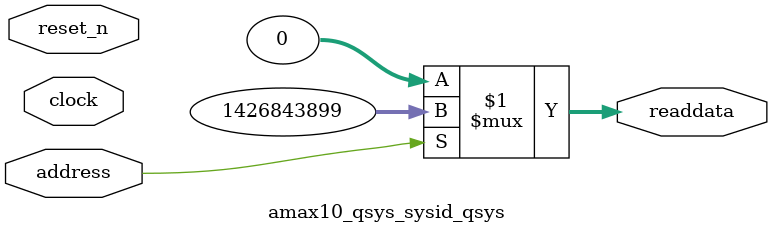
<source format=v>

`timescale 1ns / 1ps
// synthesis translate_on

// turn off superfluous verilog processor warnings 
// altera message_level Level1 
// altera message_off 10034 10035 10036 10037 10230 10240 10030 

module amax10_qsys_sysid_qsys (
               // inputs:
                address,
                clock,
                reset_n,

               // outputs:
                readdata
             )
;

  output  [ 31: 0] readdata;
  input            address;
  input            clock;
  input            reset_n;

  wire    [ 31: 0] readdata;
  //control_slave, which is an e_avalon_slave
  assign readdata = address ? 1426843899 : 0;

endmodule




</source>
